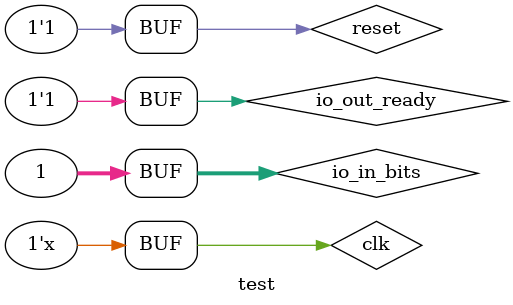
<source format=v>
module test;
  reg clk = 0;
  reg reset = 1;
  wire [31:0] io_in_bits;
  integer sinked = 0;
  integer sourced = 0;
  reg io_in_valid_reg = 0;
  initial begin
    reset = 1;
    #250 reset = 0;
  end

  always #100 clk = ~clk;
    Top
      Top(
        .clk(clk),
        .reset(reset),
        .io_in_ready(io_in_ready),
        .io_in_valid(io_in_valid),
        .io_in_bits(io_in_bits),
        .io_out_ready(io_out_ready),
        .io_out_valid(io_out_valid),
        .io_out_bits(io_out_bits)
        );
  integer count;
  assign io_in_bits = 32'd1;
  assign io_in_valid = io_in_valid_reg;
  assign io_out_ready = 1'b1;
  
  always @(negedge clk) begin;
  end
  always @(posedge clk) begin
    if (io_out_valid) begin 
      sinked = sinked + 1;
    end
    if (sourced > 50) begin 
      io_in_valid_reg = 1'b0;
    end else begin 
      io_in_valid_reg = 1'b1;
    end
    if (sourced <= 50 && io_in_ready) begin 
      sourced = sourced + 1;
    end 
  end
endmodule

</source>
